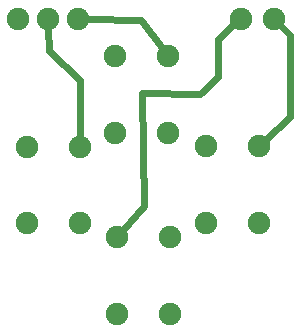
<source format=gbl>
G04 MADE WITH FRITZING*
G04 WWW.FRITZING.ORG*
G04 DOUBLE SIDED*
G04 HOLES PLATED*
G04 CONTOUR ON CENTER OF CONTOUR VECTOR*
%ASAXBY*%
%FSLAX23Y23*%
%MOIN*%
%OFA0B0*%
%SFA1.0B1.0*%
%ADD10C,0.075000*%
%ADD11C,0.024000*%
%ADD12R,0.001000X0.001000*%
%LNCOPPER0*%
G90*
G70*
G54D10*
X422Y102D03*
X422Y358D03*
X599Y102D03*
X599Y358D03*
X300Y659D03*
X300Y403D03*
X122Y659D03*
X122Y403D03*
X595Y962D03*
X595Y706D03*
X418Y962D03*
X418Y706D03*
X896Y662D03*
X896Y406D03*
X719Y662D03*
X719Y406D03*
X195Y1084D03*
X946Y1086D03*
X294Y1085D03*
X836Y1086D03*
X95Y1084D03*
G54D11*
X504Y1082D02*
X323Y1085D01*
D02*
X578Y984D02*
X504Y1082D01*
D02*
X196Y978D02*
X195Y1055D01*
D02*
X300Y882D02*
X196Y978D01*
D02*
X300Y687D02*
X300Y882D01*
D02*
X1000Y1032D02*
X1001Y758D01*
D02*
X1001Y758D02*
X917Y681D01*
D02*
X966Y1066D02*
X1000Y1032D01*
D02*
X760Y1018D02*
X815Y1067D01*
D02*
X759Y890D02*
X760Y1018D01*
D02*
X700Y835D02*
X759Y890D01*
D02*
X507Y837D02*
X700Y835D01*
D02*
X515Y462D02*
X507Y837D01*
D02*
X441Y379D02*
X515Y462D01*
G54D12*
D02*
G04 End of Copper0*
M02*
</source>
